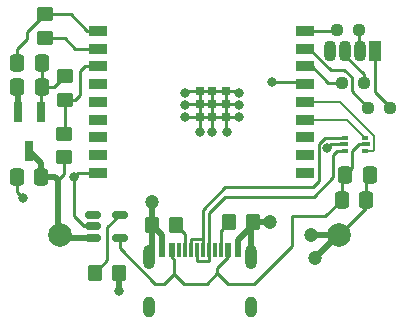
<source format=gbr>
%TF.GenerationSoftware,KiCad,Pcbnew,7.0.2*%
%TF.CreationDate,2023-11-25T23:14:47+00:00*%
%TF.ProjectId,simpleclick,73696d70-6c65-4636-9c69-636b2e6b6963,rev?*%
%TF.SameCoordinates,Original*%
%TF.FileFunction,Copper,L1,Top*%
%TF.FilePolarity,Positive*%
%FSLAX46Y46*%
G04 Gerber Fmt 4.6, Leading zero omitted, Abs format (unit mm)*
G04 Created by KiCad (PCBNEW 7.0.2) date 2023-11-25 23:14:47*
%MOMM*%
%LPD*%
G01*
G04 APERTURE LIST*
G04 Aperture macros list*
%AMRoundRect*
0 Rectangle with rounded corners*
0 $1 Rounding radius*
0 $2 $3 $4 $5 $6 $7 $8 $9 X,Y pos of 4 corners*
0 Add a 4 corners polygon primitive as box body*
4,1,4,$2,$3,$4,$5,$6,$7,$8,$9,$2,$3,0*
0 Add four circle primitives for the rounded corners*
1,1,$1+$1,$2,$3*
1,1,$1+$1,$4,$5*
1,1,$1+$1,$6,$7*
1,1,$1+$1,$8,$9*
0 Add four rect primitives between the rounded corners*
20,1,$1+$1,$2,$3,$4,$5,0*
20,1,$1+$1,$4,$5,$6,$7,0*
20,1,$1+$1,$6,$7,$8,$9,0*
20,1,$1+$1,$8,$9,$2,$3,0*%
G04 Aperture macros list end*
%TA.AperFunction,SMDPad,CuDef*%
%ADD10RoundRect,0.237500X0.250000X0.237500X-0.250000X0.237500X-0.250000X-0.237500X0.250000X-0.237500X0*%
%TD*%
%TA.AperFunction,SMDPad,CuDef*%
%ADD11RoundRect,0.250000X-0.337500X-0.475000X0.337500X-0.475000X0.337500X0.475000X-0.337500X0.475000X0*%
%TD*%
%TA.AperFunction,SMDPad,CuDef*%
%ADD12RoundRect,0.250000X-0.350000X-0.450000X0.350000X-0.450000X0.350000X0.450000X-0.350000X0.450000X0*%
%TD*%
%TA.AperFunction,SMDPad,CuDef*%
%ADD13RoundRect,0.250000X0.337500X0.475000X-0.337500X0.475000X-0.337500X-0.475000X0.337500X-0.475000X0*%
%TD*%
%TA.AperFunction,SMDPad,CuDef*%
%ADD14RoundRect,0.250000X0.350000X0.450000X-0.350000X0.450000X-0.350000X-0.450000X0.350000X-0.450000X0*%
%TD*%
%TA.AperFunction,SMDPad,CuDef*%
%ADD15C,2.000000*%
%TD*%
%TA.AperFunction,SMDPad,CuDef*%
%ADD16RoundRect,0.250000X-0.450000X0.350000X-0.450000X-0.350000X0.450000X-0.350000X0.450000X0.350000X0*%
%TD*%
%TA.AperFunction,SMDPad,CuDef*%
%ADD17R,1.500000X0.900000*%
%TD*%
%TA.AperFunction,SMDPad,CuDef*%
%ADD18R,0.700000X0.700000*%
%TD*%
%TA.AperFunction,SMDPad,CuDef*%
%ADD19R,0.600000X1.240000*%
%TD*%
%TA.AperFunction,SMDPad,CuDef*%
%ADD20R,0.300000X1.240000*%
%TD*%
%TA.AperFunction,ComponentPad*%
%ADD21O,1.000000X2.100000*%
%TD*%
%TA.AperFunction,ComponentPad*%
%ADD22O,1.000000X1.800000*%
%TD*%
%TA.AperFunction,SMDPad,CuDef*%
%ADD23R,0.800000X1.800000*%
%TD*%
%TA.AperFunction,SMDPad,CuDef*%
%ADD24R,0.500000X0.375000*%
%TD*%
%TA.AperFunction,SMDPad,CuDef*%
%ADD25R,0.650000X0.300000*%
%TD*%
%TA.AperFunction,SMDPad,CuDef*%
%ADD26RoundRect,0.250000X0.450000X-0.350000X0.450000X0.350000X-0.450000X0.350000X-0.450000X-0.350000X0*%
%TD*%
%TA.AperFunction,SMDPad,CuDef*%
%ADD27RoundRect,0.150000X-0.512500X-0.150000X0.512500X-0.150000X0.512500X0.150000X-0.512500X0.150000X0*%
%TD*%
%TA.AperFunction,ComponentPad*%
%ADD28R,1.070000X1.800000*%
%TD*%
%TA.AperFunction,ComponentPad*%
%ADD29O,1.070000X1.800000*%
%TD*%
%TA.AperFunction,ViaPad*%
%ADD30C,1.200000*%
%TD*%
%TA.AperFunction,ViaPad*%
%ADD31C,0.800000*%
%TD*%
%TA.AperFunction,Conductor*%
%ADD32C,0.500000*%
%TD*%
%TA.AperFunction,Conductor*%
%ADD33C,0.250000*%
%TD*%
%TA.AperFunction,Conductor*%
%ADD34C,0.200000*%
%TD*%
G04 APERTURE END LIST*
D10*
%TO.P,R7,1*%
%TO.N,Net-(D1-BK)*%
X133500000Y-77900000D03*
%TO.P,R7,2*%
%TO.N,Net-(U2-GPIO2{slash}ADC1_CH2)*%
X131675000Y-77900000D03*
%TD*%
%TO.P,R6,1*%
%TO.N,Net-(D1-GK)*%
X133112500Y-73400000D03*
%TO.P,R6,2*%
%TO.N,Net-(U2-GPIO0{slash}ADC1_CH0{slash}XTAL_32K_P)*%
X131287500Y-73400000D03*
%TD*%
%TO.P,R5,1*%
%TO.N,Net-(D1-RK)*%
X135712500Y-80000000D03*
%TO.P,R5,2*%
%TO.N,Net-(U2-GPIO1{slash}ADC1_CH1{slash}XTAL_32K_N)*%
X133887500Y-80000000D03*
%TD*%
D11*
%TO.P,C2,1*%
%TO.N,+3.3V*%
X104162500Y-78200000D03*
%TO.P,C2,2*%
%TO.N,GND*%
X106237500Y-78200000D03*
%TD*%
%TO.P,C4,1*%
%TO.N,+5V*%
X131662500Y-87800000D03*
%TO.P,C4,2*%
%TO.N,GND*%
X133737500Y-87800000D03*
%TD*%
D12*
%TO.P,R2,1*%
%TO.N,Net-(U4-PROG)*%
X110760000Y-93980000D03*
%TO.P,R2,2*%
%TO.N,GND*%
X112760000Y-93980000D03*
%TD*%
D13*
%TO.P,C1,1*%
%TO.N,+BATT*%
X106193500Y-85852000D03*
%TO.P,C1,2*%
%TO.N,GND*%
X104118500Y-85852000D03*
%TD*%
D14*
%TO.P,R3,1*%
%TO.N,Net-(J1-CC1)*%
X117600000Y-89900000D03*
%TO.P,R3,2*%
%TO.N,GND*%
X115600000Y-89900000D03*
%TD*%
D15*
%TO.P,-BAT1,1,Pin_1*%
%TO.N,GND*%
X131400000Y-90800000D03*
%TD*%
D16*
%TO.P,R12,1*%
%TO.N,GND*%
X108200000Y-77300000D03*
%TO.P,R12,2*%
%TO.N,Net-(U2-GPIO4{slash}ADC1_CH4)*%
X108200000Y-79300000D03*
%TD*%
D17*
%TO.P,U2,1,3V3*%
%TO.N,+3.3V*%
X111000000Y-73500000D03*
%TO.P,U2,2,EN/CHIP_PU*%
%TO.N,Net-(U2-EN{slash}CHIP_PU)*%
X111000000Y-75000000D03*
%TO.P,U2,3,GPIO4/ADC1_CH4*%
%TO.N,Net-(U2-GPIO4{slash}ADC1_CH4)*%
X111000000Y-76500000D03*
%TO.P,U2,4,GPIO5/ADC2_CH0*%
%TO.N,unconnected-(U2-GPIO5{slash}ADC2_CH0-Pad4)*%
X111000000Y-78000000D03*
%TO.P,U2,5,GPIO6*%
%TO.N,unconnected-(U2-GPIO6-Pad5)*%
X111000000Y-79500000D03*
%TO.P,U2,6,GPIO7*%
%TO.N,unconnected-(U2-GPIO7-Pad6)*%
X111000000Y-81000000D03*
%TO.P,U2,7,GPIO8*%
%TO.N,unconnected-(U2-GPIO8-Pad7)*%
X111000000Y-82500000D03*
%TO.P,U2,8,GPIO9*%
%TO.N,unconnected-(U2-GPIO9-Pad8)*%
X111000000Y-84000000D03*
%TO.P,U2,9,GND*%
%TO.N,GND*%
X111000000Y-85500000D03*
%TO.P,U2,10,GPIO10*%
%TO.N,unconnected-(U2-GPIO10-Pad10)*%
X128500000Y-85500000D03*
%TO.P,U2,11,GPIO20/U0RXD*%
%TO.N,unconnected-(U2-GPIO20{slash}U0RXD-Pad11)*%
X128500000Y-84000000D03*
%TO.P,U2,12,GPIO21/U0TXD*%
%TO.N,unconnected-(U2-GPIO21{slash}U0TXD-Pad12)*%
X128500000Y-82500000D03*
%TO.P,U2,13,GPIO18/USB_D-*%
%TO.N,/D-*%
X128500000Y-81000000D03*
%TO.P,U2,14,GPIO19/USB_D+*%
%TO.N,/D+*%
X128500000Y-79500000D03*
%TO.P,U2,15,GPIO3/ADC1_CH3*%
%TO.N,Net-(SW1-A)*%
X128500000Y-78000000D03*
%TO.P,U2,16,GPIO2/ADC1_CH2*%
%TO.N,Net-(U2-GPIO2{slash}ADC1_CH2)*%
X128500000Y-76500000D03*
%TO.P,U2,17,GPIO1/ADC1_CH1/XTAL_32K_N*%
%TO.N,Net-(U2-GPIO1{slash}ADC1_CH1{slash}XTAL_32K_N)*%
X128500000Y-75000000D03*
%TO.P,U2,18,GPIO0/ADC1_CH0/XTAL_32K_P*%
%TO.N,Net-(U2-GPIO0{slash}ADC1_CH0{slash}XTAL_32K_P)*%
X128500000Y-73500000D03*
D18*
%TO.P,U2,19,GND*%
%TO.N,GND*%
X119610000Y-78600000D03*
X119610000Y-79700000D03*
X119610000Y-80800000D03*
X120660000Y-78600000D03*
X120660000Y-79700000D03*
X120660000Y-80800000D03*
X121810000Y-78600000D03*
X121810000Y-79700000D03*
X121810000Y-80800000D03*
%TD*%
D19*
%TO.P,J1,A1,GND*%
%TO.N,GND*%
X116434000Y-92033000D03*
%TO.P,J1,A4,VBUS*%
%TO.N,+5V*%
X117234000Y-92033000D03*
D20*
%TO.P,J1,A5,CC1*%
%TO.N,Net-(J1-CC1)*%
X118384000Y-92033000D03*
%TO.P,J1,A6,D+*%
%TO.N,Net-(J1-D+-PadA6)*%
X119384000Y-92033000D03*
%TO.P,J1,A7,D-*%
%TO.N,Net-(J1-D--PadA7)*%
X119884000Y-92033000D03*
%TO.P,J1,A8,SBU1*%
%TO.N,unconnected-(J1-SBU1-PadA8)*%
X120884000Y-92033000D03*
D19*
%TO.P,J1,A9,VBUS*%
%TO.N,+5V*%
X122034000Y-92033000D03*
%TO.P,J1,A12,GND*%
%TO.N,GND*%
X122834000Y-92033000D03*
%TO.P,J1,B1,GND*%
X122834000Y-92033000D03*
%TO.P,J1,B4,VBUS*%
%TO.N,+5V*%
X122034000Y-92033000D03*
D20*
%TO.P,J1,B5,CC2*%
%TO.N,Net-(J1-CC2)*%
X121384000Y-92033000D03*
%TO.P,J1,B6,D+*%
%TO.N,Net-(J1-D+-PadA6)*%
X120384000Y-92033000D03*
%TO.P,J1,B7,D-*%
%TO.N,Net-(J1-D--PadA7)*%
X118884000Y-92033000D03*
%TO.P,J1,B8,SBU2*%
%TO.N,unconnected-(J1-SBU2-PadB8)*%
X117884000Y-92033000D03*
D19*
%TO.P,J1,B9,VBUS*%
%TO.N,+5V*%
X117234000Y-92033000D03*
%TO.P,J1,B12,GND*%
%TO.N,GND*%
X116434000Y-92033000D03*
D21*
%TO.P,J1,S1,SHIELD*%
X115314000Y-92633000D03*
D22*
X115314000Y-96833000D03*
D21*
X123954000Y-92633000D03*
D22*
X123954000Y-96833000D03*
%TD*%
D23*
%TO.P,U3,1,Vss*%
%TO.N,GND*%
X106150000Y-80350000D03*
%TO.P,U3,2,Vout*%
%TO.N,+3.3V*%
X104250000Y-80350000D03*
%TO.P,U3,3,Vin*%
%TO.N,+BATT*%
X105200000Y-83650000D03*
%TD*%
D11*
%TO.P,C3,1*%
%TO.N,+3.3V*%
X104162500Y-76200000D03*
%TO.P,C3,2*%
%TO.N,GND*%
X106237500Y-76200000D03*
%TD*%
D24*
%TO.P,U1,1,I/O1*%
%TO.N,Net-(J1-D--PadA7)*%
X131950000Y-82562500D03*
D25*
%TO.P,U1,2,GND*%
%TO.N,GND*%
X131875000Y-83100000D03*
D24*
%TO.P,U1,3,I/O2*%
%TO.N,Net-(J1-D+-PadA6)*%
X131950000Y-83637500D03*
%TO.P,U1,4,I/O2*%
%TO.N,/D+*%
X133650000Y-83637500D03*
D25*
%TO.P,U1,5,VBUS*%
%TO.N,+5V*%
X133725000Y-83100000D03*
D24*
%TO.P,U1,6,I/O1*%
%TO.N,/D-*%
X133650000Y-82562500D03*
%TD*%
D15*
%TO.P,+BAT1,1,Pin_1*%
%TO.N,+BATT*%
X107800000Y-90800000D03*
%TD*%
D11*
%TO.P,C5,1*%
%TO.N,+5V*%
X131962500Y-85700000D03*
%TO.P,C5,2*%
%TO.N,GND*%
X134037500Y-85700000D03*
%TD*%
D16*
%TO.P,R1,1*%
%TO.N,+3.3V*%
X106500000Y-72100000D03*
%TO.P,R1,2*%
%TO.N,Net-(U2-EN{slash}CHIP_PU)*%
X106500000Y-74100000D03*
%TD*%
D12*
%TO.P,R4,1*%
%TO.N,Net-(J1-CC2)*%
X122100000Y-89700000D03*
%TO.P,R4,2*%
%TO.N,GND*%
X124100000Y-89700000D03*
%TD*%
D26*
%TO.P,R11,1*%
%TO.N,+BATT*%
X108100000Y-84200000D03*
%TO.P,R11,2*%
%TO.N,Net-(U2-GPIO4{slash}ADC1_CH4)*%
X108100000Y-82200000D03*
%TD*%
D27*
%TO.P,U4,1,STAT*%
%TO.N,unconnected-(U4-STAT-Pad1)*%
X110562500Y-89093000D03*
%TO.P,U4,2,V_{SS}*%
%TO.N,GND*%
X110562500Y-90043000D03*
%TO.P,U4,3,V_{BAT}*%
%TO.N,+BATT*%
X110562500Y-90993000D03*
%TO.P,U4,4,V_{DD}*%
%TO.N,+5V*%
X112837500Y-90993000D03*
%TO.P,U4,5,PROG*%
%TO.N,Net-(U4-PROG)*%
X112837500Y-89093000D03*
%TD*%
D28*
%TO.P,D1,1,RK*%
%TO.N,Net-(D1-RK)*%
X134500000Y-75200000D03*
D29*
%TO.P,D1,2,GK*%
%TO.N,Net-(D1-GK)*%
X133230000Y-75200000D03*
%TO.P,D1,3,BK*%
%TO.N,Net-(D1-BK)*%
X131960000Y-75200000D03*
%TO.P,D1,4,A*%
%TO.N,+3.3V*%
X130690000Y-75200000D03*
%TD*%
D30*
%TO.N,GND*%
X115600000Y-88000000D03*
D31*
X122936000Y-79756000D03*
X106237500Y-78200000D03*
X121920000Y-82042000D03*
X118364000Y-78740000D03*
X112800000Y-95500000D03*
X119634000Y-82042000D03*
D30*
X129032000Y-90805000D03*
D31*
X108966000Y-85852000D03*
X118364000Y-79756000D03*
D30*
X129400000Y-92700000D03*
D31*
X118364000Y-80772000D03*
X130424500Y-83400000D03*
X122936000Y-80772000D03*
X122936000Y-78740000D03*
D30*
X125600000Y-89700000D03*
D31*
X120650000Y-82042000D03*
X104648000Y-87630000D03*
%TO.N,+3.3V*%
X111000000Y-73500000D03*
%TO.N,Net-(SW1-A)*%
X125730000Y-77820000D03*
%TD*%
D32*
%TO.N,GND*%
X123954000Y-89846000D02*
X123954000Y-92633000D01*
D33*
X124100000Y-89700000D02*
X123954000Y-89846000D01*
D32*
X115600000Y-92347000D02*
X115314000Y-92633000D01*
X115600000Y-89900000D02*
X115600000Y-92347000D01*
X115600000Y-89900000D02*
X115600000Y-88000000D01*
D33*
%TO.N,+5V*%
X130262500Y-89200000D02*
X131662500Y-87800000D01*
X124200000Y-94900000D02*
X127400000Y-91700000D01*
X127400000Y-91700000D02*
X127400000Y-89200000D01*
X122000000Y-94900000D02*
X124200000Y-94900000D01*
X127400000Y-89200000D02*
X130262500Y-89200000D01*
X121100000Y-94000000D02*
X122000000Y-94900000D01*
X118300000Y-94900000D02*
X117456000Y-94056000D01*
X117456000Y-94056000D02*
X117444000Y-94056000D01*
X121100000Y-93587051D02*
X121100000Y-94000000D01*
X120200000Y-94900000D02*
X118300000Y-94900000D01*
X122034000Y-92653051D02*
X121100000Y-93587051D01*
X121100000Y-94000000D02*
X120200000Y-94900000D01*
X122034000Y-92033000D02*
X122034000Y-92653051D01*
X116600000Y-94900000D02*
X115864274Y-94900000D01*
X117444000Y-92863051D02*
X117444000Y-94056000D01*
X117234000Y-92653051D02*
X117444000Y-92863051D01*
X117444000Y-94056000D02*
X116600000Y-94900000D01*
X112837500Y-91873226D02*
X112837500Y-90993000D01*
X115864274Y-94900000D02*
X112837500Y-91873226D01*
%TO.N,Net-(D1-GK)*%
X133112500Y-75082500D02*
X133230000Y-75200000D01*
X133112500Y-73400000D02*
X133112500Y-75082500D01*
%TO.N,Net-(U2-GPIO0{slash}ADC1_CH0{slash}XTAL_32K_P)*%
X131187500Y-73500000D02*
X131287500Y-73400000D01*
X128500000Y-73500000D02*
X131187500Y-73500000D01*
%TO.N,Net-(D1-BK)*%
X133500000Y-77160000D02*
X131960000Y-75620000D01*
X133500000Y-77900000D02*
X133500000Y-77160000D01*
X131960000Y-75620000D02*
X131960000Y-75200000D01*
%TO.N,Net-(U2-GPIO1{slash}ADC1_CH1{slash}XTAL_32K_N)*%
X130718776Y-76810000D02*
X128908776Y-75000000D01*
X131867995Y-76810000D02*
X130718776Y-76810000D01*
X133887500Y-80000000D02*
X132487500Y-78600000D01*
X132487500Y-78600000D02*
X132487500Y-77429505D01*
X132487500Y-77429505D02*
X131867995Y-76810000D01*
X128908776Y-75000000D02*
X128500000Y-75000000D01*
%TO.N,Net-(U2-GPIO2{slash}ADC1_CH2)*%
X130500000Y-77900000D02*
X131675000Y-77900000D01*
X129100000Y-76500000D02*
X130500000Y-77900000D01*
X128500000Y-76500000D02*
X129100000Y-76500000D01*
%TO.N,GND*%
X106150000Y-80350000D02*
X106150000Y-78287500D01*
X122908000Y-80800000D02*
X122936000Y-80772000D01*
X124100000Y-89900000D02*
X124100000Y-89700000D01*
X121810000Y-81932000D02*
X121920000Y-82042000D01*
X120660000Y-78600000D02*
X120660000Y-80800000D01*
X107300000Y-78200000D02*
X108200000Y-77300000D01*
D32*
X124100000Y-89700000D02*
X125600000Y-89700000D01*
D33*
X119610000Y-80800000D02*
X119610000Y-82018000D01*
D32*
X122834000Y-91166000D02*
X124100000Y-89900000D01*
D33*
X120660000Y-80800000D02*
X120660000Y-82032000D01*
X121810000Y-80800000D02*
X122908000Y-80800000D01*
X104118500Y-85852000D02*
X104118500Y-87100500D01*
X118504000Y-78600000D02*
X118364000Y-78740000D01*
X119610000Y-82018000D02*
X119634000Y-82042000D01*
X109855000Y-90043000D02*
X110562500Y-90043000D01*
X122796000Y-78600000D02*
X122936000Y-78740000D01*
X133737500Y-86000000D02*
X134037500Y-85700000D01*
X119610000Y-80800000D02*
X118392000Y-80800000D01*
D32*
X122834000Y-92033000D02*
X122834000Y-91166000D01*
D33*
X121810000Y-80800000D02*
X121810000Y-78600000D01*
X119610000Y-80800000D02*
X121810000Y-80800000D01*
X108966000Y-89154000D02*
X109855000Y-90043000D01*
X119610000Y-78600000D02*
X121810000Y-78600000D01*
X130724500Y-83100000D02*
X130424500Y-83400000D01*
X111000000Y-85500000D02*
X109318000Y-85500000D01*
X121810000Y-78600000D02*
X122796000Y-78600000D01*
X106237500Y-78200000D02*
X107300000Y-78200000D01*
X118420000Y-79700000D02*
X118364000Y-79756000D01*
D32*
X112760000Y-93980000D02*
X112760000Y-95460000D01*
D33*
X106150000Y-78287500D02*
X106237500Y-78200000D01*
X119610000Y-78600000D02*
X119610000Y-80800000D01*
D32*
X116434000Y-92033000D02*
X116434000Y-90734000D01*
D33*
X131875000Y-83100000D02*
X130724500Y-83100000D01*
D32*
X129032000Y-90805000D02*
X131445000Y-90805000D01*
D33*
X133737500Y-87800000D02*
X133737500Y-86000000D01*
D32*
X116434000Y-90734000D02*
X115600000Y-89900000D01*
D33*
X121810000Y-80800000D02*
X121810000Y-81932000D01*
X121810000Y-79700000D02*
X122880000Y-79700000D01*
X122880000Y-79700000D02*
X122936000Y-79756000D01*
X131400000Y-90800000D02*
X133737500Y-88462500D01*
D32*
X131445000Y-90805000D02*
X131295000Y-90805000D01*
D33*
X119610000Y-79700000D02*
X121810000Y-79700000D01*
D32*
X112760000Y-95460000D02*
X112800000Y-95500000D01*
D33*
X118392000Y-80800000D02*
X118364000Y-80772000D01*
D32*
X131295000Y-90805000D02*
X129400000Y-92700000D01*
D33*
X119610000Y-79700000D02*
X118420000Y-79700000D01*
X104118500Y-87100500D02*
X104140000Y-87122000D01*
X104140000Y-87122000D02*
X104648000Y-87630000D01*
X109318000Y-85500000D02*
X108966000Y-85852000D01*
X133737500Y-88462500D02*
X133737500Y-87800000D01*
X120660000Y-82032000D02*
X120650000Y-82042000D01*
X119610000Y-78600000D02*
X118504000Y-78600000D01*
X108966000Y-85852000D02*
X108966000Y-89154000D01*
X106237500Y-76200000D02*
X106237500Y-78200000D01*
%TO.N,+5V*%
X117234000Y-92033000D02*
X117234000Y-92653051D01*
D32*
%TO.N,+BATT*%
X106193500Y-85852000D02*
X106193500Y-84643500D01*
X108423000Y-90993000D02*
X109987500Y-90993000D01*
X107600000Y-86106000D02*
X107600000Y-90700000D01*
D33*
X108100000Y-84200000D02*
X108100000Y-85606000D01*
X108100000Y-85606000D02*
X107600000Y-86106000D01*
D32*
X107600000Y-86106000D02*
X107346000Y-85852000D01*
X106193500Y-85852000D02*
X107346000Y-85852000D01*
X106193500Y-84643500D02*
X105200000Y-83650000D01*
D33*
%TO.N,Net-(J1-D+-PadA6)*%
X120384000Y-88916000D02*
X120384000Y-92033000D01*
X130900000Y-84000000D02*
X131262500Y-83637500D01*
X130900000Y-85900000D02*
X129275000Y-87525000D01*
X120359000Y-92978000D02*
X119409000Y-92978000D01*
X130900000Y-85900000D02*
X130900000Y-84000000D01*
X119384000Y-92953000D02*
X119384000Y-92033000D01*
X120384000Y-92953000D02*
X120359000Y-92978000D01*
X131262500Y-83637500D02*
X131950000Y-83637500D01*
X120384000Y-92033000D02*
X120384000Y-92953000D01*
X129275000Y-87525000D02*
X121775000Y-87525000D01*
X119409000Y-92978000D02*
X119384000Y-92953000D01*
X121775000Y-87525000D02*
X120384000Y-88916000D01*
%TO.N,Net-(J1-D--PadA7)*%
X119888000Y-91088000D02*
X119909000Y-91109000D01*
X118884000Y-92033000D02*
X118884000Y-91113000D01*
X129200000Y-86700000D02*
X121800000Y-86700000D01*
X130236695Y-82562500D02*
X129699500Y-83099695D01*
X118884000Y-91113000D02*
X118909000Y-91088000D01*
X129699500Y-86199500D02*
X129700000Y-86200000D01*
X121800000Y-86700000D02*
X119884000Y-88616000D01*
X119909000Y-92008000D02*
X119884000Y-92033000D01*
X129699500Y-83099695D02*
X129699500Y-86199500D01*
X131950000Y-82562500D02*
X130236695Y-82562500D01*
X129700000Y-86200000D02*
X129200000Y-86700000D01*
X118909000Y-91088000D02*
X119888000Y-91088000D01*
X119884000Y-88616000D02*
X119884000Y-92033000D01*
X119909000Y-91109000D02*
X119909000Y-92008000D01*
D32*
%TO.N,+3.3V*%
X104250000Y-80350000D02*
X104250000Y-78618896D01*
D33*
X105000000Y-74200000D02*
X105000000Y-73600000D01*
X105000000Y-73600000D02*
X106500000Y-72100000D01*
X106500000Y-72100000D02*
X108700000Y-72100000D01*
X110100000Y-73500000D02*
X111000000Y-73500000D01*
X104250000Y-78618896D02*
X103996802Y-78365698D01*
X104162500Y-75037500D02*
X105000000Y-74200000D01*
X104162500Y-76200000D02*
X104162500Y-75037500D01*
X108700000Y-72100000D02*
X110100000Y-73500000D01*
%TO.N,+5V*%
X133100000Y-83100000D02*
X132525000Y-83675000D01*
X133725000Y-83100000D02*
X133100000Y-83100000D01*
X132525000Y-85137500D02*
X131962500Y-85700000D01*
X131662500Y-86000000D02*
X131962500Y-85700000D01*
X132525000Y-83675000D02*
X132525000Y-85137500D01*
X131662500Y-87800000D02*
X131662500Y-86000000D01*
%TO.N,Net-(J1-CC1)*%
X117600000Y-89900000D02*
X118384000Y-90684000D01*
X118384000Y-90684000D02*
X118384000Y-92033000D01*
%TO.N,Net-(J1-CC2)*%
X122100000Y-89700000D02*
X121384000Y-90416000D01*
X121384000Y-90416000D02*
X121384000Y-92033000D01*
%TO.N,Net-(U4-PROG)*%
X111812500Y-90118000D02*
X111812500Y-92927500D01*
X112837500Y-89093000D02*
X111812500Y-90118000D01*
X111812500Y-92927500D02*
X110760000Y-93980000D01*
%TO.N,Net-(D1-RK)*%
X135800000Y-80000000D02*
X134500000Y-78700000D01*
X134500000Y-78700000D02*
X134500000Y-75200000D01*
%TO.N,Net-(U2-GPIO4{slash}ADC1_CH4)*%
X109500000Y-78900000D02*
X109500000Y-76900000D01*
X108200000Y-79300000D02*
X109100000Y-79300000D01*
X109500000Y-76900000D02*
X109900000Y-76500000D01*
X109900000Y-76500000D02*
X111000000Y-76500000D01*
X108200000Y-79300000D02*
X108200000Y-82100000D01*
X108200000Y-82100000D02*
X108100000Y-82200000D01*
X109100000Y-79300000D02*
X109500000Y-78900000D01*
%TO.N,Net-(U2-EN{slash}CHIP_PU)*%
X109100000Y-75000000D02*
X111000000Y-75000000D01*
X106500000Y-74100000D02*
X108200000Y-74100000D01*
X108200000Y-74100000D02*
X109100000Y-75000000D01*
D34*
%TO.N,/D-*%
X133650000Y-82562500D02*
X132087500Y-81000000D01*
X132087500Y-81000000D02*
X128500000Y-81000000D01*
%TO.N,/D+*%
X134262500Y-83637500D02*
X134350000Y-83550000D01*
X133650000Y-83637500D02*
X134262500Y-83637500D01*
X134350000Y-82350000D02*
X131500000Y-79500000D01*
X134350000Y-83550000D02*
X134350000Y-82350000D01*
X131500000Y-79500000D02*
X128500000Y-79500000D01*
D33*
%TO.N,Net-(SW1-A)*%
X128500000Y-78000000D02*
X128375000Y-78000000D01*
X128195000Y-77820000D02*
X125730000Y-77820000D01*
X128375000Y-78000000D02*
X128195000Y-77820000D01*
%TD*%
M02*

</source>
